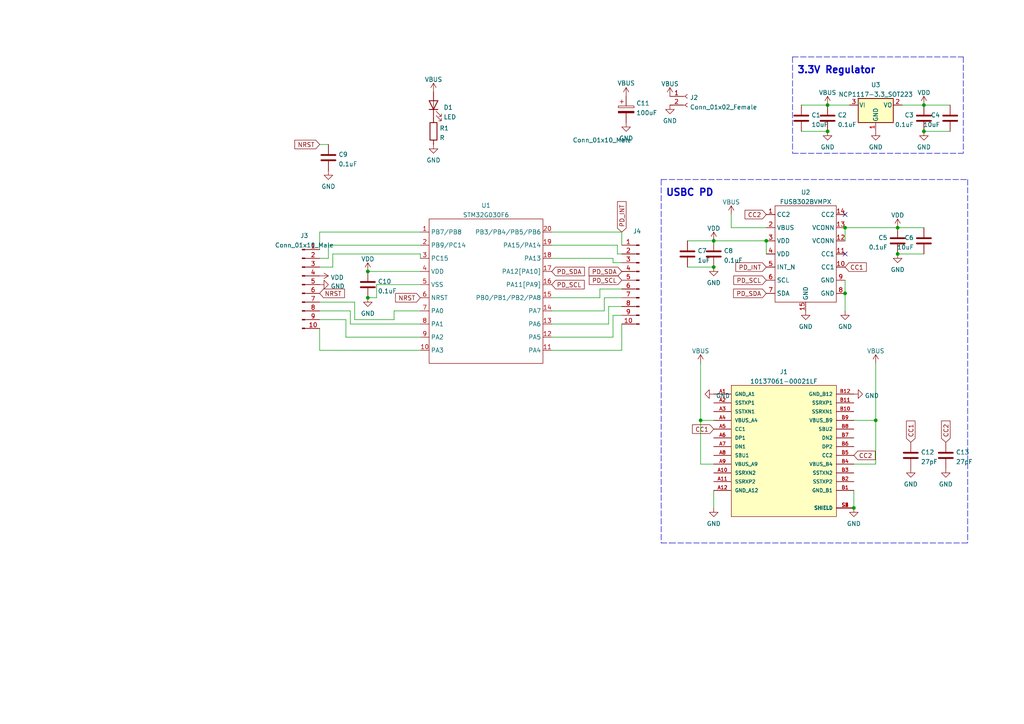
<source format=kicad_sch>
(kicad_sch (version 20211123) (generator eeschema)
  (paper "A4")
  (lib_symbols
    (symbol "10137061-00021LF:10137061-00021LF" (pin_names (offset 1.016))
      (property "Reference" "J" (at -15.24 18.542 0))
      (property "Value" "10137061-00021LF" (at -15.24 -22.86 0))
      (symbol "10137061-00021LF_0_0"
        (rectangle (start -15.24 -20.32) (end 15.24 17.78) (stroke (width 0.1524)) (fill (type background)))
        (pin passive line (at -20.32 15.24 0) (length 5.08) (name "GND_A1") (number "A1"))
        (pin passive line (at -20.32 -7.62 0) (length 5.08) (name "SSRXN2") (number "A10"))
        (pin passive line (at -20.32 -10.16 0) (length 5.08) (name "SSRXP2") (number "A11"))
        (pin passive line (at -20.32 -12.7 0) (length 5.08) (name "GND_A12") (number "A12"))
        (pin passive line (at -20.32 12.7 0) (length 5.08) (name "SSTXP1") (number "A2"))
        (pin passive line (at -20.32 10.16 0) (length 5.08) (name "SSTXN1") (number "A3"))
        (pin passive line (at -20.32 7.62 0) (length 5.08) (name "VBUS_A4") (number "A4"))
        (pin passive line (at -20.32 5.08 0) (length 5.08) (name "CC1") (number "A5"))
        (pin passive line (at -20.32 2.54 0) (length 5.08) (name "DP1") (number "A6"))
        (pin passive line (at -20.32 0 0) (length 5.08) (name "DN1") (number "A7"))
        (pin passive line (at -20.32 -2.54 0) (length 5.08) (name "SBU1") (number "A8"))
        (pin passive line (at -20.32 -5.08 0) (length 5.08) (name "VBUS_A9") (number "A9"))
        (pin passive line (at 20.32 -12.7 180) (length 5.08) (name "GND_B1") (number "B1"))
        (pin passive line (at 20.32 10.16 180) (length 5.08) (name "SSRXN1") (number "B10"))
        (pin passive line (at 20.32 12.7 180) (length 5.08) (name "SSRXP1") (number "B11"))
        (pin passive line (at 20.32 15.24 180) (length 5.08) (name "GND_B12") (number "B12"))
        (pin passive line (at 20.32 -10.16 180) (length 5.08) (name "SSTXP2") (number "B2"))
        (pin passive line (at 20.32 -7.62 180) (length 5.08) (name "SSTXN2") (number "B3"))
        (pin passive line (at 20.32 -5.08 180) (length 5.08) (name "VBUS_B4") (number "B4"))
        (pin passive line (at 20.32 -2.54 180) (length 5.08) (name "CC2") (number "B5"))
        (pin passive line (at 20.32 0 180) (length 5.08) (name "DP2") (number "B6"))
        (pin passive line (at 20.32 2.54 180) (length 5.08) (name "DN2") (number "B7"))
        (pin passive line (at 20.32 5.08 180) (length 5.08) (name "SBU2") (number "B8"))
        (pin passive line (at 20.32 7.62 180) (length 5.08) (name "VBUS_B9") (number "B9"))
        (pin passive line (at 20.32 -17.78 180) (length 5.08) (name "SHIELD") (number "S1"))
        (pin passive line (at 20.32 -17.78 180) (length 5.08) (name "SHIELD") (number "S2"))
        (pin passive line (at 20.32 -17.78 180) (length 5.08) (name "SHIELD") (number "S3"))
        (pin passive line (at 20.32 -17.78 180) (length 5.08) (name "SHIELD") (number "S4"))
      )
    )
    (symbol "Connector:Conn_01x02_Female" (pin_names (offset 1.016) hide)
      (property "Reference" "J" (at 0 2.54 0))
      (property "Value" "Conn_01x02_Female" (at 0 -5.08 0))
      (symbol "Conn_01x02_Female_1_1"
        (arc (start 0 -2.032) (mid -0.508 -2.54) (end 0 -3.048) (stroke (width 0.1524)))
        (polyline (pts (xy -1.27 -2.54) (xy -0.508 -2.54)) (stroke (width 0.1524)))
        (polyline (pts (xy -1.27 0) (xy -0.508 0)) (stroke (width 0.1524)))
        (arc (start 0 0.508) (mid -0.508 0) (end 0 -0.508) (stroke (width 0.1524)))
        (pin passive line (at -5.08 0 0) (length 3.81) (name "Pin_1") (number "1"))
        (pin passive line (at -5.08 -2.54 0) (length 3.81) (name "Pin_2") (number "2"))
      )
    )
    (symbol "Connector:Conn_01x10_Male" (pin_names (offset 1.016) hide)
      (property "Reference" "J" (at 0 12.7 0))
      (property "Value" "Conn_01x10_Male" (at 0 -15.24 0))
      (symbol "Conn_01x10_Male_1_1"
        (polyline (pts (xy 1.27 -12.7) (xy 0.8636 -12.7)) (stroke (width 0.1524)))
        (polyline (pts (xy 1.27 -10.16) (xy 0.8636 -10.16)) (stroke (width 0.1524)))
        (polyline (pts (xy 1.27 -7.62) (xy 0.8636 -7.62)) (stroke (width 0.1524)))
        (polyline (pts (xy 1.27 -5.08) (xy 0.8636 -5.08)) (stroke (width 0.1524)))
        (polyline (pts (xy 1.27 -2.54) (xy 0.8636 -2.54)) (stroke (width 0.1524)))
        (polyline (pts (xy 1.27 0) (xy 0.8636 0)) (stroke (width 0.1524)))
        (polyline (pts (xy 1.27 2.54) (xy 0.8636 2.54)) (stroke (width 0.1524)))
        (polyline (pts (xy 1.27 5.08) (xy 0.8636 5.08)) (stroke (width 0.1524)))
        (polyline (pts (xy 1.27 7.62) (xy 0.8636 7.62)) (stroke (width 0.1524)))
        (polyline (pts (xy 1.27 10.16) (xy 0.8636 10.16)) (stroke (width 0.1524)))
        (rectangle (start 0.8636 -12.573) (end 0 -12.827) (stroke (width 0.1524)) (fill (type outline)))
        (rectangle (start 0.8636 -10.033) (end 0 -10.287) (stroke (width 0.1524)) (fill (type outline)))
        (rectangle (start 0.8636 -7.493) (end 0 -7.747) (stroke (width 0.1524)) (fill (type outline)))
        (rectangle (start 0.8636 -4.953) (end 0 -5.207) (stroke (width 0.1524)) (fill (type outline)))
        (rectangle (start 0.8636 -2.413) (end 0 -2.667) (stroke (width 0.1524)) (fill (type outline)))
        (rectangle (start 0.8636 0.127) (end 0 -0.127) (stroke (width 0.1524)) (fill (type outline)))
        (rectangle (start 0.8636 2.667) (end 0 2.413) (stroke (width 0.1524)) (fill (type outline)))
        (rectangle (start 0.8636 5.207) (end 0 4.953) (stroke (width 0.1524)) (fill (type outline)))
        (rectangle (start 0.8636 7.747) (end 0 7.493) (stroke (width 0.1524)) (fill (type outline)))
        (rectangle (start 0.8636 10.287) (end 0 10.033) (stroke (width 0.1524)) (fill (type outline)))
        (pin passive line (at 5.08 10.16 180) (length 3.81) (name "Pin_1") (number "1"))
        (pin passive line (at 5.08 -12.7 180) (length 3.81) (name "Pin_10") (number "10"))
        (pin passive line (at 5.08 7.62 180) (length 3.81) (name "Pin_2") (number "2"))
        (pin passive line (at 5.08 5.08 180) (length 3.81) (name "Pin_3") (number "3"))
        (pin passive line (at 5.08 2.54 180) (length 3.81) (name "Pin_4") (number "4"))
        (pin passive line (at 5.08 0 180) (length 3.81) (name "Pin_5") (number "5"))
        (pin passive line (at 5.08 -2.54 180) (length 3.81) (name "Pin_6") (number "6"))
        (pin passive line (at 5.08 -5.08 180) (length 3.81) (name "Pin_7") (number "7"))
        (pin passive line (at 5.08 -7.62 180) (length 3.81) (name "Pin_8") (number "8"))
        (pin passive line (at 5.08 -10.16 180) (length 3.81) (name "Pin_9") (number "9"))
      )
    )
    (symbol "Device:C" (pin_numbers hide) (pin_names (offset 0.254))
      (property "Reference" "C" (at 0.635 2.54 0))
      (property "Value" "C" (at 0.635 -2.54 0))
      (symbol "C_0_1"
        (polyline (pts (xy -2.032 -0.762) (xy 2.032 -0.762)) (stroke (width 0.508)))
        (polyline (pts (xy -2.032 0.762) (xy 2.032 0.762)) (stroke (width 0.508)))
      )
      (symbol "C_1_1"
        (pin passive line (at 0 3.81 270) (length 2.794) (name "~") (number "1"))
        (pin passive line (at 0 -3.81 90) (length 2.794) (name "~") (number "2"))
      )
    )
    (symbol "Device:C_Polarized" (pin_numbers hide) (pin_names (offset 0.254))
      (property "Reference" "C" (at 0.635 2.54 0))
      (property "Value" "C_Polarized" (at 0.635 -2.54 0))
      (symbol "C_Polarized_0_1"
        (rectangle (start -2.286 0.508) (end 2.286 1.016))
        (polyline (pts (xy -1.778 2.286) (xy -0.762 2.286)))
        (polyline (pts (xy -1.27 2.794) (xy -1.27 1.778)))
        (rectangle (start 2.286 -0.508) (end -2.286 -1.016) (fill (type outline)))
      )
      (symbol "C_Polarized_1_1"
        (pin passive line (at 0 3.81 270) (length 2.794) (name "~") (number "1"))
        (pin passive line (at 0 -3.81 90) (length 2.794) (name "~") (number "2"))
      )
    )
    (symbol "Device:LED" (pin_numbers hide) (pin_names (offset 1.016) hide)
      (property "Reference" "D" (at 0 2.54 0))
      (property "Value" "LED" (at 0 -2.54 0))
      (symbol "LED_0_1"
        (polyline (pts (xy -1.27 -1.27) (xy -1.27 1.27)) (stroke (width 0.254)))
        (polyline (pts (xy -1.27 0) (xy 1.27 0)))
        (polyline (pts (xy 1.27 -1.27) (xy 1.27 1.27) (xy -1.27 0) (xy 1.27 -1.27)) (stroke (width 0.254)))
        (polyline (pts (xy -3.048 -0.762) (xy -4.572 -2.286) (xy -3.81 -2.286) (xy -4.572 -2.286) (xy -4.572 -1.524)))
        (polyline (pts (xy -1.778 -0.762) (xy -3.302 -2.286) (xy -2.54 -2.286) (xy -3.302 -2.286) (xy -3.302 -1.524)))
      )
      (symbol "LED_1_1"
        (pin passive line (at -3.81 0 0) (length 2.54) (name "K") (number "1"))
        (pin passive line (at 3.81 0 180) (length 2.54) (name "A") (number "2"))
      )
    )
    (symbol "Device:R" (pin_numbers hide) (pin_names (offset 0))
      (property "Reference" "R" (at 2.032 0 90))
      (property "Value" "R" (at 0 0 90))
      (symbol "R_0_1"
        (rectangle (start -1.016 -2.54) (end 1.016 2.54) (stroke (width 0.254)))
      )
      (symbol "R_1_1"
        (pin passive line (at 0 3.81 270) (length 1.27) (name "~") (number "1"))
        (pin passive line (at 0 -3.81 90) (length 1.27) (name "~") (number "2"))
      )
    )
    (symbol "FUSB302BVMPX:FUSB302BVMPX"
      (property "Reference" "U" (at 0 3.81 0))
      (property "Value" "FUSB302BVMPX" (at 0 1.27 0))
      (symbol "FUSB302BVMPX_0_1"
        (rectangle (start -8.89 0) (end 8.89 -27.94) (stroke (width 0.1524)))
      )
      (symbol "FUSB302BVMPX_1_1"
        (pin input line (at -11.43 -2.54 0) (length 2.54) (name "CC2") (number "1"))
        (pin input line (at 11.43 -17.78 180) (length 2.54) (name "CC1") (number "10"))
        (pin input line (at 11.43 -13.97 180) (length 2.54) (name "CC1") (number "11"))
        (pin input line (at 11.43 -10.16 180) (length 2.54) (name "VCONN") (number "12"))
        (pin input line (at 11.43 -6.35 180) (length 2.54) (name "VCONN") (number "13"))
        (pin input line (at 11.43 -2.54 180) (length 2.54) (name "CC2") (number "14"))
        (pin input line (at 0 -30.48 90) (length 2.54) (name "GND") (number "15"))
        (pin input line (at -11.43 -6.35 0) (length 2.54) (name "VBUS") (number "2"))
        (pin input line (at -11.43 -10.16 0) (length 2.54) (name "VDD") (number "3"))
        (pin input line (at -11.43 -13.97 0) (length 2.54) (name "VDD") (number "4"))
        (pin input line (at -11.43 -17.78 0) (length 2.54) (name "INT_N") (number "5"))
        (pin input line (at -11.43 -21.59 0) (length 2.54) (name "SCL") (number "6"))
        (pin input line (at -11.43 -25.4 0) (length 2.54) (name "SDA") (number "7"))
        (pin input line (at 11.43 -25.4 180) (length 2.54) (name "GND") (number "8"))
        (pin input line (at 11.43 -21.59 180) (length 2.54) (name "GND") (number "9"))
      )
    )
    (symbol "Regulator_Linear:NCP1117-3.3_SOT223" (pin_names (offset 0.254))
      (property "Reference" "U" (at -3.81 3.175 0))
      (property "Value" "NCP1117-3.3_SOT223" (at 0 3.175 0))
      (symbol "NCP1117-3.3_SOT223_0_1"
        (rectangle (start -5.08 -5.08) (end 5.08 1.905) (stroke (width 0.254)) (fill (type background)))
      )
      (symbol "NCP1117-3.3_SOT223_1_1"
        (pin power_in line (at 0 -7.62 90) (length 2.54) (name "GND") (number "1"))
        (pin power_out line (at 7.62 0 180) (length 2.54) (name "VO") (number "2"))
        (pin power_in line (at -7.62 0 0) (length 2.54) (name "VI") (number "3"))
      )
    )
    (symbol "STM32G030F6:STM32G030F6"
      (property "Reference" "U" (at 0 3.81 0))
      (property "Value" "STM32G030F6" (at 0 1.27 0))
      (symbol "STM32G030F6_0_1"
        (rectangle (start -17.78 0) (end 15.24 -41.91) (stroke (width 0.1524)))
      )
      (symbol "STM32G030F6_1_1"
        (pin input line (at -20.32 -3.81 0) (length 2.54) (name "PB7/PB8") (number "1"))
        (pin input line (at -20.32 -38.1 0) (length 2.54) (name "PA3") (number "10"))
        (pin input line (at 17.78 -38.1 180) (length 2.54) (name "PA4") (number "11"))
        (pin input line (at 17.78 -34.29 180) (length 2.54) (name "PA5") (number "12"))
        (pin input line (at 17.78 -30.48 180) (length 2.54) (name "PA6") (number "13"))
        (pin input line (at 17.78 -26.67 180) (length 2.54) (name "PA7") (number "14"))
        (pin input line (at 17.78 -22.86 180) (length 2.54) (name "PB0/PB1/PB2/PA8") (number "15"))
        (pin input line (at 17.78 -19.05 180) (length 2.54) (name "PA11[PA9]") (number "16"))
        (pin input line (at 17.78 -15.24 180) (length 2.54) (name "PA12[PA10]") (number "17"))
        (pin input line (at 17.78 -11.43 180) (length 2.54) (name "PA13") (number "18"))
        (pin input line (at 17.78 -7.62 180) (length 2.54) (name "PA15/PA14") (number "19"))
        (pin input line (at -20.32 -7.62 0) (length 2.54) (name "PB9/PC14") (number "2"))
        (pin input line (at 17.78 -3.81 180) (length 2.54) (name "PB3/PB4/PB5/PB6") (number "20"))
        (pin input line (at -20.32 -11.43 0) (length 2.54) (name "PC15") (number "3"))
        (pin input line (at -20.32 -15.24 0) (length 2.54) (name "VDD") (number "4"))
        (pin input line (at -20.32 -19.05 0) (length 2.54) (name "VSS") (number "5"))
        (pin input line (at -20.32 -22.86 0) (length 2.54) (name "NRST") (number "6"))
        (pin input line (at -20.32 -26.67 0) (length 2.54) (name "PA0") (number "7"))
        (pin input line (at -20.32 -30.48 0) (length 2.54) (name "PA1") (number "8"))
        (pin input line (at -20.32 -34.29 0) (length 2.54) (name "PA2") (number "9"))
      )
    )
    (symbol "power:GND" (power) (pin_names (offset 0))
      (property "Value" "GND" (at 0 -3.81 0))
      (symbol "GND_0_1"
        (polyline (pts (xy 0 0) (xy 0 -1.27) (xy 1.27 -1.27) (xy 0 -2.54) (xy -1.27 -1.27) (xy 0 -1.27)))
      )
      (symbol "GND_1_1"
        (pin power_in line (at 0 0 270) (length 0) hide (name "GND") (number "1"))
      )
    )
    (symbol "power:VBUS" (power) (pin_names (offset 0))
      (property "Value" "VBUS" (at 0 3.81 0))
      (symbol "VBUS_0_1"
        (polyline (pts (xy -0.762 1.27) (xy 0 2.54)))
        (polyline (pts (xy 0 0) (xy 0 2.54)))
        (polyline (pts (xy 0 2.54) (xy 0.762 1.27)))
      )
      (symbol "VBUS_1_1"
        (pin power_in line (at 0 0 90) (length 0) hide (name "VBUS") (number "1"))
      )
    )
    (symbol "power:VDD" (power) (pin_names (offset 0))
      (property "Value" "VDD" (at 0 3.81 0))
      (symbol "VDD_0_1"
        (polyline (pts (xy -0.762 1.27) (xy 0 2.54)))
        (polyline (pts (xy 0 0) (xy 0 2.54)))
        (polyline (pts (xy 0 2.54) (xy 0.762 1.27)))
      )
      (symbol "VDD_1_1"
        (pin power_in line (at 0 0 90) (length 0) hide (name "VDD") (number "1"))
      )
    )
  )
  (junction (at 245.11 66.04))
  (junction (at 106.68 78.74))
  (junction (at 240.03 38.1))
  (junction (at 245.11 85.09))
  (junction (at 247.65 147.32))
  (junction (at 222.25 69.85))
  (junction (at 267.97 38.1))
  (junction (at 254 121.92))
  (junction (at 203.2 121.92))
  (junction (at 207.01 77.47))
  (junction (at 260.35 73.66))
  (junction (at 267.97 30.48))
  (junction (at 207.01 69.85))
  (junction (at 240.03 30.48))
  (junction (at 106.68 86.36))
  (junction (at 260.35 66.04))
  (no_connect (at 245.11 62.23))
  (no_connect (at 245.11 73.66))
  (wire (pts (xy 173.99 83.82) (xy 180.34 83.82)))
  (wire (pts (xy 240.03 30.48) (xy 246.38 30.48)))
  (wire (pts (xy 245.11 69.85) (xy 245.11 66.04)))
  (wire (pts (xy 160.02 101.6) (xy 180.34 101.6)))
  (wire (pts (xy 92.71 67.31) (xy 121.92 67.31)))
  (wire (pts (xy 254 121.92) (xy 254 105.41)))
  (wire (pts (xy 180.34 101.6) (xy 180.34 93.98)))
  (wire (pts (xy 92.71 77.47) (xy 96.52 77.47)))
  (wire (pts (xy 109.22 86.36) (xy 109.22 82.55)))
  (wire (pts (xy 247.65 147.32) (xy 247.65 142.24)))
  (wire (pts (xy 180.34 67.31) (xy 180.34 71.12)))
  (wire (pts (xy 247.65 121.92) (xy 254 121.92)))
  (wire (pts (xy 177.8 97.79) (xy 177.8 91.44)))
  (wire (pts (xy 106.68 78.74) (xy 121.92 78.74)))
  (wire (pts (xy 160.02 97.79) (xy 177.8 97.79)))
  (wire (pts (xy 203.2 134.62) (xy 207.01 134.62)))
  (wire (pts (xy 121.92 71.12) (xy 95.25 71.12)))
  (wire (pts (xy 96.52 73.66) (xy 121.92 73.66)))
  (wire (pts (xy 92.71 41.91) (xy 95.25 41.91)))
  (wire (pts (xy 177.8 91.44) (xy 180.34 91.44)))
  (wire (pts (xy 207.01 147.32) (xy 207.01 142.24)))
  (wire (pts (xy 212.09 62.23) (xy 212.09 66.04)))
  (wire (pts (xy 203.2 121.92) (xy 203.2 105.41)))
  (wire (pts (xy 177.8 74.93) (xy 177.8 76.2)))
  (wire (pts (xy 101.6 93.98) (xy 121.92 93.98)))
  (wire (pts (xy 100.33 92.71) (xy 100.33 97.79)))
  (polyline (pts (xy 279.4 16.51) (xy 279.4 44.45)))
  (polyline (pts (xy 191.77 157.48) (xy 194.31 157.48)))
  (wire (pts (xy 95.25 74.93) (xy 92.71 74.93)))
  (wire (pts (xy 160.02 90.17) (xy 175.26 90.17)))
  (wire (pts (xy 254 134.62) (xy 254 121.92)))
  (wire (pts (xy 247.65 134.62) (xy 254 134.62)))
  (wire (pts (xy 101.6 90.17) (xy 101.6 93.98)))
  (wire (pts (xy 92.71 90.17) (xy 101.6 90.17)))
  (wire (pts (xy 95.25 71.12) (xy 95.25 74.93)))
  (wire (pts (xy 261.62 30.48) (xy 267.97 30.48)))
  (wire (pts (xy 92.71 92.71) (xy 100.33 92.71)))
  (polyline (pts (xy 280.67 52.07) (xy 280.67 157.48)))
  (wire (pts (xy 114.3 90.17) (xy 121.92 90.17)))
  (polyline (pts (xy 229.87 16.51) (xy 229.87 44.45)))
  (wire (pts (xy 121.92 101.6) (xy 92.71 101.6)))
  (wire (pts (xy 175.26 90.17) (xy 175.26 86.36)))
  (wire (pts (xy 92.71 101.6) (xy 92.71 95.25)))
  (wire (pts (xy 106.68 86.36) (xy 109.22 86.36)))
  (polyline (pts (xy 229.87 44.45) (xy 279.4 44.45)))
  (polyline (pts (xy 194.31 157.48) (xy 280.67 157.48)))
  (wire (pts (xy 160.02 86.36) (xy 173.99 86.36)))
  (wire (pts (xy 245.11 85.09) (xy 245.11 81.28)))
  (wire (pts (xy 212.09 66.04) (xy 222.25 66.04)))
  (wire (pts (xy 275.59 38.1) (xy 267.97 38.1)))
  (wire (pts (xy 160.02 71.12) (xy 179.07 71.12)))
  (wire (pts (xy 175.26 86.36) (xy 180.34 86.36)))
  (wire (pts (xy 232.41 38.1) (xy 240.03 38.1)))
  (wire (pts (xy 100.33 97.79) (xy 121.92 97.79)))
  (wire (pts (xy 160.02 67.31) (xy 180.34 67.31)))
  (wire (pts (xy 176.53 88.9) (xy 180.34 88.9)))
  (wire (pts (xy 207.01 121.92) (xy 203.2 121.92)))
  (wire (pts (xy 173.99 86.36) (xy 173.99 83.82)))
  (wire (pts (xy 121.92 73.66) (xy 121.92 74.93)))
  (wire (pts (xy 199.39 69.85) (xy 207.01 69.85)))
  (wire (pts (xy 102.87 92.71) (xy 114.3 92.71)))
  (wire (pts (xy 232.41 30.48) (xy 240.03 30.48)))
  (wire (pts (xy 179.07 71.12) (xy 179.07 73.66)))
  (wire (pts (xy 177.8 76.2) (xy 180.34 76.2)))
  (wire (pts (xy 275.59 30.48) (xy 267.97 30.48)))
  (wire (pts (xy 267.97 73.66) (xy 260.35 73.66)))
  (wire (pts (xy 245.11 90.17) (xy 245.11 85.09)))
  (wire (pts (xy 179.07 73.66) (xy 180.34 73.66)))
  (wire (pts (xy 96.52 77.47) (xy 96.52 73.66)))
  (wire (pts (xy 176.53 93.98) (xy 176.53 88.9)))
  (wire (pts (xy 102.87 87.63) (xy 102.87 92.71)))
  (wire (pts (xy 92.71 72.39) (xy 92.71 67.31)))
  (wire (pts (xy 92.71 87.63) (xy 102.87 87.63)))
  (wire (pts (xy 267.97 66.04) (xy 260.35 66.04)))
  (wire (pts (xy 109.22 82.55) (xy 121.92 82.55)))
  (wire (pts (xy 114.3 92.71) (xy 114.3 90.17)))
  (wire (pts (xy 245.11 66.04) (xy 260.35 66.04)))
  (wire (pts (xy 222.25 73.66) (xy 222.25 69.85)))
  (polyline (pts (xy 229.87 16.51) (xy 279.4 16.51)))
  (wire (pts (xy 160.02 74.93) (xy 177.8 74.93)))
  (polyline (pts (xy 191.77 52.07) (xy 280.67 52.07)))
  (polyline (pts (xy 191.77 52.07) (xy 191.77 157.48)))
  (wire (pts (xy 207.01 69.85) (xy 222.25 69.85)))
  (wire (pts (xy 199.39 77.47) (xy 207.01 77.47)))
  (wire (pts (xy 160.02 93.98) (xy 176.53 93.98)))
  (wire (pts (xy 203.2 121.92) (xy 203.2 134.62)))
  (text "USBC PD" (at 193.04 57.15 0) (effects (font (size 2 2) (thickness 0.4) bold) (justify left bottom)))
  (text "3.3V Regulator" (at 231.14 21.59 0) (effects (font (size 2 2) (thickness 0.4) bold) (justify left bottom)))
  (global_label "PD_SDA" (shape input) (at 180.34 78.74 180) (property "Intersheet References" "${INTERSHEET_REFS}" (effects hide)))
  (global_label "PD_SCL" (shape input) (at 180.34 81.28 180) (property "Intersheet References" "${INTERSHEET_REFS}" (effects hide)))
  (global_label "NRST" (shape input) (at 92.71 85.09 0) (property "Intersheet References" "${INTERSHEET_REFS}" (effects hide)))
  (global_label "CC1" (shape input) (at 245.11 77.47 0) (property "Intersheet References" "${INTERSHEET_REFS}" (effects hide)))
  (global_label "CC2" (shape input) (at 222.25 62.23 180) (property "Intersheet References" "${INTERSHEET_REFS}" (effects hide)))
  (global_label "PD_SCL" (shape input) (at 222.25 81.28 180) (property "Intersheet References" "${INTERSHEET_REFS}" (effects hide)))
  (global_label "PD_SDA" (shape input) (at 222.25 85.09 180) (property "Intersheet References" "${INTERSHEET_REFS}" (effects hide)))
  (global_label "NRST" (shape input) (at 92.71 41.91 180) (property "Intersheet References" "${INTERSHEET_REFS}" (effects hide)))
  (global_label "CC2" (shape input) (at 274.32 128.27 90) (property "Intersheet References" "${INTERSHEET_REFS}" (effects hide)))
  (global_label "CC2" (shape input) (at 247.65 132.08 0) (property "Intersheet References" "${INTERSHEET_REFS}" (effects hide)))
  (global_label "PD_INT" (shape input) (at 222.25 77.47 180) (property "Intersheet References" "${INTERSHEET_REFS}" (effects hide)))
  (global_label "PD_SCL" (shape input) (at 160.02 82.55 0) (property "Intersheet References" "${INTERSHEET_REFS}" (effects hide)))
  (global_label "NRST" (shape input) (at 121.92 86.36 180) (property "Intersheet References" "${INTERSHEET_REFS}" (effects hide)))
  (global_label "PD_INT" (shape input) (at 180.34 67.31 90) (property "Intersheet References" "${INTERSHEET_REFS}" (effects hide)))
  (global_label "CC1" (shape input) (at 207.01 124.46 180) (property "Intersheet References" "${INTERSHEET_REFS}" (effects hide)))
  (global_label "CC1" (shape input) (at 264.16 128.27 90) (property "Intersheet References" "${INTERSHEET_REFS}" (effects hide)))
  (global_label "PD_SDA" (shape input) (at 160.02 78.74 0) (property "Intersheet References" "${INTERSHEET_REFS}" (effects hide)))
  (symbol (lib_id "power:VDD") (at 207.01 69.85 0) (unit 1)
    (property "Reference" "#PWR0101" (effects hide))
    (property "Value" "VDD" (at 207.01 66.2455 0))
  )
  (symbol (lib_id "power:VDD") (at 92.71 80.01 270) (unit 1)
    (property "Reference" "#PWR0123" (effects hide))
    (property "Value" "VDD" (at 95.885 80.489 90) (effects (justify left)))
  )
  (symbol (lib_id "Device:C") (at 267.97 34.29 0) (mirror y) (unit 1)
    (property "Reference" "C3" (at 265.049 33.3815 0) (effects (justify left)))
    (property "Value" "0.1uF" (at 265.049 36.1566 0) (effects (justify left)))
    (property "Footprint" "Capacitor_SMD:C_0603_1608Metric" (effects hide))
  )
  (symbol (lib_id "Connector:Conn_01x02_Female") (at 199.39 27.94 0) (unit 1)
    (property "Reference" "J2" (at 200.1012 28.3015 0) (effects (justify left)))
    (property "Value" "Conn_01x02_Female" (at 200.1012 31.0766 0) (effects (justify left)))
    (property "Footprint" "TerminalBlock_Phoenix:TerminalBlock_Phoenix_PT-1,5-2-5.0-H_1x02_P5.00mm_Horizontal" (effects hide))
  )
  (symbol (lib_id "power:GND") (at 95.25 49.53 0) (unit 1)
    (property "Reference" "#PWR0131" (effects hide))
    (property "Value" "GND" (at 95.25 54.0925 0))
  )
  (symbol (lib_id "power:VBUS") (at 240.03 30.48 0) (unit 1)
    (property "Reference" "#PWR0115" (effects hide))
    (property "Value" "VBUS" (at 240.03 26.8755 0))
  )
  (symbol (lib_id "power:GND") (at 92.71 82.55 90) (unit 1)
    (property "Reference" "#PWR0122" (effects hide))
    (property "Value" "GND" (at 95.885 83.029 90) (effects (justify right)))
  )
  (symbol (lib_id "power:GND") (at 260.35 73.66 0) (mirror y) (unit 1)
    (property "Reference" "#PWR0109" (effects hide))
    (property "Value" "GND" (at 260.35 78.2225 0))
  )
  (symbol (lib_id "power:VBUS") (at 125.73 26.67 0) (unit 1)
    (property "Reference" "#PWR0130" (effects hide))
    (property "Value" "VBUS" (at 125.73 23.0655 0))
  )
  (symbol (lib_id "Device:C") (at 232.41 34.29 0) (unit 1)
    (property "Reference" "C1" (at 235.331 33.3815 0) (effects (justify left)))
    (property "Value" "10uF" (at 235.331 36.1566 0) (effects (justify left)))
    (property "Footprint" "Capacitor_SMD:C_0603_1608Metric" (effects hide))
  )
  (symbol (lib_id "power:VDD") (at 267.97 30.48 0) (unit 1)
    (property "Reference" "#PWR0116" (effects hide))
    (property "Value" "VDD" (at 267.97 26.8755 0))
  )
  (symbol (lib_id "Connector:Conn_01x10_Male") (at 185.42 81.28 0) (mirror y) (unit 1)
    (property "Reference" "J4" (at 184.785 67.0773 0))
    (property "Value" "Conn_01x10_Male" (at 174.625 40.6424 0))
    (property "Footprint" "Connector_PinHeader_2.54mm:PinHeader_1x10_P2.54mm_Vertical" (effects hide))
  )
  (symbol (lib_id "Device:C") (at 240.03 34.29 0) (unit 1)
    (property "Reference" "C2" (at 242.951 33.3815 0) (effects (justify left)))
    (property "Value" "0.1uF" (at 242.951 36.1566 0) (effects (justify left)))
    (property "Footprint" "Capacitor_SMD:C_0603_1608Metric" (effects hide))
  )
  (symbol (lib_id "Device:C") (at 267.97 69.85 0) (mirror y) (unit 1)
    (property "Reference" "C6" (at 265.049 68.9415 0) (effects (justify left)))
    (property "Value" "10uF" (at 265.049 71.7166 0) (effects (justify left)))
    (property "Footprint" "Capacitor_SMD:C_0603_1608Metric" (effects hide))
  )
  (symbol (lib_id "power:GND") (at 233.68 90.17 0) (unit 1)
    (property "Reference" "#PWR0102" (effects hide))
    (property "Value" "GND" (at 233.68 94.7325 0))
  )
  (symbol (lib_id "Device:C") (at 264.16 132.08 0) (unit 1)
    (property "Reference" "C12" (at 267.081 131.1715 0) (effects (justify left)))
    (property "Value" "27pF" (at 267.081 133.9466 0) (effects (justify left)))
    (property "Footprint" "Capacitor_SMD:C_0603_1608Metric" (effects hide))
  )
  (symbol (lib_id "power:VDD") (at 106.68 78.74 0) (unit 1)
    (property "Reference" "#PWR0105" (effects hide))
    (property "Value" "VDD" (at 106.68 75.1355 0))
  )
  (symbol (lib_id "power:VBUS") (at 194.31 27.94 0) (unit 1)
    (property "Reference" "#PWR0120" (effects hide))
    (property "Value" "VBUS" (at 194.31 24.3355 0))
  )
  (symbol (lib_id "10137061-00021LF:10137061-00021LF") (at 227.33 129.54 0) (unit 1)
    (property "Reference" "J1" (at 227.33 107.8443 0))
    (property "Value" "10137061-00021LF" (at 227.33 110.6194 0))
    (property "Footprint" "10137061-00021LF:AMPHENOL_10137061-00021LF" (effects hide))
    (property "STANDARD" "Manufacturer recommendations" (effects hide))
    (property "MAXIMUM_PACKAGE_HEIGHT" "3.2mm" (effects hide))
    (property "PARTREV" "C" (effects hide))
    (property "MANUFACTURER" "Amphenol FCI" (effects hide))
  )
  (symbol (lib_id "Device:R") (at 125.73 38.1 0) (unit 1)
    (property "Reference" "R1" (at 127.508 37.1915 0) (effects (justify left)))
    (property "Value" "R" (at 127.508 39.9666 0) (effects (justify left)))
    (property "Footprint" "Resistor_SMD:R_0603_1608Metric" (effects hide))
  )
  (symbol (lib_id "power:GND") (at 267.97 38.1 0) (mirror y) (unit 1)
    (property "Reference" "#PWR0117" (effects hide))
    (property "Value" "GND" (at 267.97 42.6625 0))
  )
  (symbol (lib_id "power:GND") (at 207.01 147.32 0) (unit 1)
    (property "Reference" "#PWR0126" (effects hide))
    (property "Value" "GND" (at 207.01 151.8825 0))
  )
  (symbol (lib_id "power:VDD") (at 260.35 66.04 0) (unit 1)
    (property "Reference" "#PWR0111" (effects hide))
    (property "Value" "VDD" (at 260.35 62.4355 0))
  )
  (symbol (lib_id "power:VBUS") (at 212.09 62.23 0) (unit 1)
    (property "Reference" "#PWR0103" (effects hide))
    (property "Value" "VBUS" (at 212.09 58.6255 0))
  )
  (symbol (lib_id "power:VBUS") (at 203.2 105.41 0) (unit 1)
    (property "Reference" "#PWR0128" (effects hide))
    (property "Value" "VBUS" (at 203.2 101.8055 0))
  )
  (symbol (lib_id "Device:C") (at 199.39 73.66 0) (unit 1)
    (property "Reference" "C7" (at 202.311 72.7515 0) (effects (justify left)))
    (property "Value" "1uF" (at 202.311 75.5266 0) (effects (justify left)))
    (property "Footprint" "Capacitor_SMD:C_0603_1608Metric" (effects hide))
  )
  (symbol (lib_id "STM32G030F6:STM32G030F6") (at 142.24 63.5 0) (unit 1)
    (property "Reference" "U1" (at 140.97 59.5843 0))
    (property "Value" "STM32G030F6" (at 140.97 62.3594 0))
    (property "Footprint" "Package_SO:TSSOP-20_4.4x6.5mm_P0.65mm" (effects hide))
  )
  (symbol (lib_id "power:GND") (at 194.31 30.48 0) (unit 1)
    (property "Reference" "#PWR0121" (effects hide))
    (property "Value" "GND" (at 194.31 35.0425 0))
  )
  (symbol (lib_id "power:VBUS") (at 181.61 27.94 0) (unit 1)
    (property "Reference" "#PWR0107" (effects hide))
    (property "Value" "VBUS" (at 181.61 24.13 0))
  )
  (symbol (lib_id "power:GND") (at 181.61 35.56 0) (unit 1)
    (property "Reference" "#PWR0110" (effects hide))
    (property "Value" "GND" (at 181.61 40.1225 0))
  )
  (symbol (lib_id "Device:C") (at 274.32 132.08 0) (unit 1)
    (property "Reference" "C13" (at 277.241 131.1715 0) (effects (justify left)))
    (property "Value" "27pF" (at 277.241 133.9466 0) (effects (justify left)))
    (property "Footprint" "Capacitor_SMD:C_0603_1608Metric" (effects hide))
  )
  (symbol (lib_id "Device:C") (at 207.01 73.66 0) (unit 1)
    (property "Reference" "C8" (at 209.931 72.7515 0) (effects (justify left)))
    (property "Value" "0.1uF" (at 209.931 75.5266 0) (effects (justify left)))
    (property "Footprint" "Capacitor_SMD:C_0603_1608Metric" (effects hide))
  )
  (symbol (lib_id "power:GND") (at 254 38.1 0) (unit 1)
    (property "Reference" "#PWR0119" (effects hide))
    (property "Value" "GND" (at 254 42.6625 0))
  )
  (symbol (lib_id "power:VBUS") (at 254 105.41 0) (unit 1)
    (property "Reference" "#PWR0124" (effects hide))
    (property "Value" "VBUS" (at 254 101.8055 0))
  )
  (symbol (lib_id "Device:C_Polarized") (at 181.61 31.75 0) (unit 1)
    (property "Reference" "C11" (at 184.531 29.9525 0) (effects (justify left)))
    (property "Value" "100uF" (at 184.531 32.7276 0) (effects (justify left)))
    (property "Footprint" "Capacitor_SMD:CP_Elec_6.3x7.7" (effects hide))
  )
  (symbol (lib_id "power:GND") (at 125.73 41.91 0) (unit 1)
    (property "Reference" "#PWR0129" (effects hide))
    (property "Value" "GND" (at 125.73 46.4725 0))
  )
  (symbol (lib_id "Device:LED") (at 125.73 30.48 90) (unit 1)
    (property "Reference" "D1" (at 128.651 31.159 90) (effects (justify right)))
    (property "Value" "LED" (at 128.651 33.9341 90) (effects (justify right)))
    (property "Footprint" "LED_SMD:LED_0805_2012Metric" (effects hide))
  )
  (symbol (lib_id "power:GND") (at 106.68 86.36 0) (unit 1)
    (property "Reference" "#PWR0106" (effects hide))
    (property "Value" "GND" (at 106.68 90.9225 0))
  )
  (symbol (lib_id "Device:C") (at 106.68 82.55 0) (unit 1)
    (property "Reference" "C10" (at 109.601 81.6415 0) (effects (justify left)))
    (property "Value" "0.1uF" (at 109.601 84.4166 0) (effects (justify left)))
    (property "Footprint" "Capacitor_SMD:C_0603_1608Metric" (effects hide))
  )
  (symbol (lib_id "power:GND") (at 274.32 135.89 0) (unit 1)
    (property "Reference" "#PWR0113" (effects hide))
    (property "Value" "GND" (at 274.32 140.4525 0))
  )
  (symbol (lib_id "power:GND") (at 245.11 90.17 0) (unit 1)
    (property "Reference" "#PWR0108" (effects hide))
    (property "Value" "GND" (at 245.11 94.7325 0))
  )
  (symbol (lib_id "Device:C") (at 95.25 45.72 0) (unit 1)
    (property "Reference" "C9" (at 98.171 44.8115 0) (effects (justify left)))
    (property "Value" "0.1uF" (at 98.171 47.5866 0) (effects (justify left)))
    (property "Footprint" "Capacitor_SMD:C_0603_1608Metric" (effects hide))
  )
  (symbol (lib_id "power:GND") (at 247.65 114.3 90) (unit 1)
    (property "Reference" "#PWR0125" (effects hide))
    (property "Value" "GND" (at 250.825 114.779 90) (effects (justify right)))
  )
  (symbol (lib_id "FUSB302BVMPX:FUSB302BVMPX") (at 233.68 59.69 0) (unit 1)
    (property "Reference" "U2" (at 233.68 55.7743 0))
    (property "Value" "FUSB302BVMPX" (at 233.68 58.5494 0))
    (property "Footprint" "Package_DFN_QFN:WQFN-14-1EP_2.5x2.5mm_P0.5mm_EP1.45x1.45mm" (effects hide))
  )
  (symbol (lib_id "Regulator_Linear:NCP1117-3.3_SOT223") (at 254 30.48 0) (unit 1)
    (property "Reference" "U3" (at 254 24.6085 0))
    (property "Value" "NCP1117-3.3_SOT223" (at 254 27.3836 0))
    (property "Footprint" "Package_TO_SOT_SMD:SOT-223-3_TabPin2" (effects hide))
    (property "Datasheet" "http://www.onsemi.com/pub_link/Collateral/NCP1117-D.PDF" (effects hide))
  )
  (symbol (lib_id "power:GND") (at 240.03 38.1 0) (unit 1)
    (property "Reference" "#PWR0118" (effects hide))
    (property "Value" "GND" (at 240.03 42.6625 0))
  )
  (symbol (lib_id "Connector:Conn_01x10_Male") (at 87.63 82.55 0) (unit 1)
    (property "Reference" "J3" (at 88.265 68.3473 0))
    (property "Value" "Conn_01x10_Male" (at 88.265 71.1224 0))
    (property "Footprint" "Connector_PinHeader_2.54mm:PinHeader_1x10_P2.54mm_Vertical" (effects hide))
  )
  (symbol (lib_id "Device:C") (at 275.59 34.29 0) (mirror y) (unit 1)
    (property "Reference" "C4" (at 272.669 33.3815 0) (effects (justify left)))
    (property "Value" "10uF" (at 272.669 36.1566 0) (effects (justify left)))
    (property "Footprint" "Capacitor_SMD:C_0603_1608Metric" (effects hide))
  )
  (symbol (lib_id "power:GND") (at 264.16 135.89 0) (unit 1)
    (property "Reference" "#PWR0112" (effects hide))
    (property "Value" "GND" (at 264.16 140.4525 0))
  )
  (symbol (lib_id "power:GND") (at 207.01 77.47 0) (unit 1)
    (property "Reference" "#PWR0104" (effects hide))
    (property "Value" "GND" (at 207.01 82.0325 0))
  )
  (symbol (lib_id "power:GND") (at 247.65 147.32 0) (unit 1)
    (property "Reference" "#PWR0114" (effects hide))
    (property "Value" "GND" (at 247.65 151.8825 0))
  )
  (symbol (lib_id "Device:C") (at 260.35 69.85 0) (mirror y) (unit 1)
    (property "Reference" "C5" (at 257.429 68.9415 0) (effects (justify left)))
    (property "Value" "0.1uF" (at 257.429 71.7166 0) (effects (justify left)))
    (property "Footprint" "Capacitor_SMD:C_0603_1608Metric" (effects hide))
  )
  (symbol (lib_id "power:GND") (at 207.01 114.3 270) (unit 1)
    (property "Reference" "#PWR0127" (effects hide))
    (property "Value" "GND" (at 207.645 114.779 90) (effects (justify left)))
  )
)
</source>
